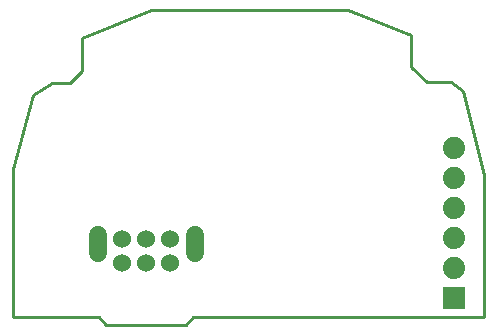
<source format=gbs>
G75*
G70*
%OFA0B0*%
%FSLAX24Y24*%
%IPPOS*%
%LPD*%
%AMOC8*
5,1,8,0,0,1.08239X$1,22.5*
%
%ADD10C,0.0100*%
%ADD11C,0.0600*%
%ADD12C,0.0000*%
%ADD13C,0.0350*%
%ADD14C,0.0600*%
%ADD15R,0.0740X0.0740*%
%ADD16C,0.0740*%
D10*
X003490Y003381D02*
X003740Y003131D01*
X006390Y003131D01*
X006640Y003381D01*
X016340Y003381D01*
X016340Y008131D01*
X015640Y010931D01*
X015240Y011231D01*
X014440Y011231D01*
X013890Y011731D01*
X013890Y012781D01*
X011790Y013631D01*
X005240Y013631D01*
X002940Y012681D01*
X002940Y011581D01*
X002540Y011181D01*
X001940Y011181D01*
X001290Y010781D01*
X000640Y008331D01*
X000640Y003381D01*
X003490Y003381D01*
D11*
X003452Y005531D02*
X003452Y006131D01*
X003452Y005531D01*
X006702Y005531D02*
X006702Y006131D01*
X006702Y005531D01*
D12*
X006527Y005831D02*
X006529Y005857D01*
X006535Y005883D01*
X006544Y005907D01*
X006557Y005930D01*
X006574Y005950D01*
X006593Y005968D01*
X006615Y005983D01*
X006638Y005994D01*
X006663Y006002D01*
X006689Y006006D01*
X006715Y006006D01*
X006741Y006002D01*
X006766Y005994D01*
X006790Y005983D01*
X006811Y005968D01*
X006830Y005950D01*
X006847Y005930D01*
X006860Y005907D01*
X006869Y005883D01*
X006875Y005857D01*
X006877Y005831D01*
X006875Y005805D01*
X006869Y005779D01*
X006860Y005755D01*
X006847Y005732D01*
X006830Y005712D01*
X006811Y005694D01*
X006789Y005679D01*
X006766Y005668D01*
X006741Y005660D01*
X006715Y005656D01*
X006689Y005656D01*
X006663Y005660D01*
X006638Y005668D01*
X006614Y005679D01*
X006593Y005694D01*
X006574Y005712D01*
X006557Y005732D01*
X006544Y005755D01*
X006535Y005779D01*
X006529Y005805D01*
X006527Y005831D01*
X003277Y005831D02*
X003279Y005857D01*
X003285Y005883D01*
X003294Y005907D01*
X003307Y005930D01*
X003324Y005950D01*
X003343Y005968D01*
X003365Y005983D01*
X003388Y005994D01*
X003413Y006002D01*
X003439Y006006D01*
X003465Y006006D01*
X003491Y006002D01*
X003516Y005994D01*
X003540Y005983D01*
X003561Y005968D01*
X003580Y005950D01*
X003597Y005930D01*
X003610Y005907D01*
X003619Y005883D01*
X003625Y005857D01*
X003627Y005831D01*
X003625Y005805D01*
X003619Y005779D01*
X003610Y005755D01*
X003597Y005732D01*
X003580Y005712D01*
X003561Y005694D01*
X003539Y005679D01*
X003516Y005668D01*
X003491Y005660D01*
X003465Y005656D01*
X003439Y005656D01*
X003413Y005660D01*
X003388Y005668D01*
X003364Y005679D01*
X003343Y005694D01*
X003324Y005712D01*
X003307Y005732D01*
X003294Y005755D01*
X003285Y005779D01*
X003279Y005805D01*
X003277Y005831D01*
D13*
X003452Y005831D03*
X006702Y005831D03*
D14*
X005852Y005981D03*
X005065Y005981D03*
X004278Y005981D03*
X004278Y005194D03*
X005065Y005194D03*
X005852Y005194D03*
D15*
X015340Y004031D03*
D16*
X015340Y005031D03*
X015340Y006031D03*
X015340Y007031D03*
X015340Y008031D03*
X015340Y009031D03*
M02*

</source>
